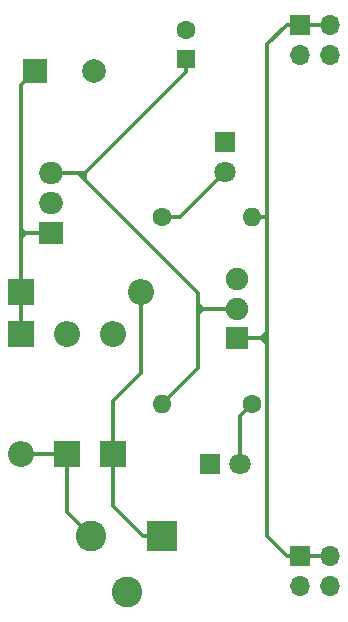
<source format=gbr>
G04 #@! TF.GenerationSoftware,KiCad,Pcbnew,(5.1.6)-1*
G04 #@! TF.CreationDate,2020-10-18T19:43:42+02:00*
G04 #@! TF.ProjectId,BreadboardPowerSupply,42726561-6462-46f6-9172-64506f776572,v1*
G04 #@! TF.SameCoordinates,Original*
G04 #@! TF.FileFunction,Copper,L1,Top*
G04 #@! TF.FilePolarity,Positive*
%FSLAX46Y46*%
G04 Gerber Fmt 4.6, Leading zero omitted, Abs format (unit mm)*
G04 Created by KiCad (PCBNEW (5.1.6)-1) date 2020-10-18 19:43:42*
%MOMM*%
%LPD*%
G01*
G04 APERTURE LIST*
G04 #@! TA.AperFunction,ComponentPad*
%ADD10R,2.000000X2.000000*%
G04 #@! TD*
G04 #@! TA.AperFunction,ComponentPad*
%ADD11C,2.000000*%
G04 #@! TD*
G04 #@! TA.AperFunction,ComponentPad*
%ADD12R,2.200000X2.200000*%
G04 #@! TD*
G04 #@! TA.AperFunction,ComponentPad*
%ADD13O,2.200000X2.200000*%
G04 #@! TD*
G04 #@! TA.AperFunction,ComponentPad*
%ADD14C,1.600000*%
G04 #@! TD*
G04 #@! TA.AperFunction,ComponentPad*
%ADD15R,1.600000X1.600000*%
G04 #@! TD*
G04 #@! TA.AperFunction,ComponentPad*
%ADD16R,1.800000X1.800000*%
G04 #@! TD*
G04 #@! TA.AperFunction,ComponentPad*
%ADD17C,1.800000*%
G04 #@! TD*
G04 #@! TA.AperFunction,ComponentPad*
%ADD18R,2.600000X2.600000*%
G04 #@! TD*
G04 #@! TA.AperFunction,ComponentPad*
%ADD19C,2.600000*%
G04 #@! TD*
G04 #@! TA.AperFunction,ComponentPad*
%ADD20R,1.700000X1.700000*%
G04 #@! TD*
G04 #@! TA.AperFunction,ComponentPad*
%ADD21O,1.700000X1.700000*%
G04 #@! TD*
G04 #@! TA.AperFunction,ComponentPad*
%ADD22O,1.600000X1.600000*%
G04 #@! TD*
G04 #@! TA.AperFunction,ComponentPad*
%ADD23R,1.900000X1.900000*%
G04 #@! TD*
G04 #@! TA.AperFunction,ComponentPad*
%ADD24C,1.900000*%
G04 #@! TD*
G04 #@! TA.AperFunction,ComponentPad*
%ADD25R,2.000000X1.905000*%
G04 #@! TD*
G04 #@! TA.AperFunction,ComponentPad*
%ADD26O,2.000000X1.905000*%
G04 #@! TD*
G04 #@! TA.AperFunction,Conductor*
%ADD27C,0.300000*%
G04 #@! TD*
G04 APERTURE END LIST*
D10*
X130175000Y-73914000D03*
D11*
X135175000Y-73914000D03*
D12*
X129032000Y-92583000D03*
D13*
X139192000Y-92583000D03*
D14*
X143002000Y-70398000D03*
D15*
X143002000Y-72898000D03*
D12*
X136779000Y-106299000D03*
D13*
X136779000Y-96139000D03*
X129032000Y-106299000D03*
D12*
X129032000Y-96139000D03*
D13*
X132905500Y-96139000D03*
D12*
X132905500Y-106299000D03*
D16*
X145029000Y-107188000D03*
D17*
X147569000Y-107188000D03*
X146304000Y-82423000D03*
D16*
X146304000Y-79883000D03*
D18*
X140970000Y-113284000D03*
D19*
X134970000Y-113284000D03*
X137970000Y-117984000D03*
D20*
X152654000Y-69977000D03*
D21*
X155194000Y-69977000D03*
X152654000Y-72517000D03*
X155194000Y-72517000D03*
X155194000Y-117475000D03*
X152654000Y-117475000D03*
X155194000Y-114935000D03*
D20*
X152654000Y-114935000D03*
D14*
X148590000Y-102074250D03*
D22*
X140970000Y-102074250D03*
X148590000Y-86246750D03*
D14*
X140970000Y-86246750D03*
D23*
X147320000Y-96520000D03*
D24*
X147320000Y-94020000D03*
X147320000Y-91520000D03*
D25*
X131572000Y-87630000D03*
D26*
X131572000Y-85090000D03*
X131572000Y-82550000D03*
D27*
X129032000Y-94739000D02*
X129032000Y-92583000D01*
X129032000Y-96139000D02*
X129032000Y-94739000D01*
X131524500Y-87630000D02*
X131572000Y-87630000D01*
X129032000Y-75057000D02*
X130175000Y-73914000D01*
X131572000Y-87630000D02*
X130272000Y-87630000D01*
X129286000Y-87757000D02*
X129032000Y-88011000D01*
X129286000Y-87630000D02*
X129286000Y-87757000D01*
X129032000Y-88011000D02*
X129032000Y-87630000D01*
X129032000Y-92583000D02*
X129032000Y-88011000D01*
X129286000Y-87630000D02*
X129032000Y-87630000D01*
X130272000Y-87630000D02*
X129286000Y-87630000D01*
X129286000Y-87503000D02*
X129032000Y-87249000D01*
X129286000Y-87630000D02*
X129286000Y-87503000D01*
X129032000Y-87630000D02*
X129032000Y-87249000D01*
X129032000Y-87249000D02*
X129032000Y-75057000D01*
X145976498Y-94020000D02*
X147320000Y-94020000D01*
X144010500Y-99033750D02*
X140970000Y-102074250D01*
X143002000Y-73998000D02*
X143002000Y-72898000D01*
X134450000Y-82550000D02*
X143002000Y-73998000D01*
X134450000Y-83142000D02*
X134450000Y-82550000D01*
X144010500Y-92702500D02*
X134450000Y-83142000D01*
X144025500Y-93606500D02*
X144439000Y-94020000D01*
X144010500Y-93606500D02*
X144025500Y-93606500D01*
X144439000Y-94020000D02*
X145976498Y-94020000D01*
X144010500Y-94020000D02*
X144439000Y-94020000D01*
X144010500Y-93606500D02*
X144010500Y-92702500D01*
X144010500Y-94020000D02*
X144010500Y-93606500D01*
X144439000Y-94020000D02*
X144439000Y-94067000D01*
X144439000Y-94052000D02*
X144010500Y-94480500D01*
X144439000Y-94020000D02*
X144439000Y-94052000D01*
X144010500Y-94020000D02*
X144010500Y-94480500D01*
X144010500Y-94480500D02*
X144010500Y-99033750D01*
X133985000Y-82550000D02*
X133985000Y-82677000D01*
X131572000Y-82550000D02*
X133985000Y-82550000D01*
X134239000Y-82804000D02*
X134175500Y-82867500D01*
X134239000Y-82550000D02*
X134239000Y-82804000D01*
X134175500Y-82867500D02*
X134450000Y-83142000D01*
X133985000Y-82677000D02*
X134175500Y-82867500D01*
X134239000Y-82550000D02*
X134450000Y-82550000D01*
X133985000Y-82550000D02*
X134239000Y-82550000D01*
X139370000Y-113284000D02*
X140970000Y-113284000D01*
X136779000Y-110693000D02*
X139370000Y-113284000D01*
X136779000Y-106299000D02*
X136779000Y-110693000D01*
X139192000Y-92583000D02*
X139192000Y-99441000D01*
X136779000Y-101854000D02*
X136779000Y-106299000D01*
X139192000Y-99441000D02*
X136779000Y-101854000D01*
X129032000Y-106299000D02*
X132905500Y-106299000D01*
X132905500Y-111219500D02*
X134970000Y-113284000D01*
X132905500Y-106299000D02*
X132905500Y-111219500D01*
X147569000Y-103095250D02*
X148590000Y-102074250D01*
X147569000Y-107188000D02*
X147569000Y-103095250D01*
X142480250Y-86246750D02*
X140970000Y-86246750D01*
X146304000Y-82423000D02*
X142480250Y-86246750D01*
X155194000Y-114935000D02*
X152654000Y-114935000D01*
X155194000Y-69977000D02*
X152654000Y-69977000D01*
X151504000Y-69977000D02*
X149860000Y-71621000D01*
X152654000Y-69977000D02*
X151504000Y-69977000D01*
X151504000Y-114935000D02*
X152654000Y-114935000D01*
X149860000Y-113291000D02*
X151504000Y-114935000D01*
X149735120Y-86233000D02*
X149860000Y-86233000D01*
X149721370Y-86246750D02*
X149735120Y-86233000D01*
X148590000Y-86246750D02*
X149721370Y-86246750D01*
X149860000Y-71621000D02*
X149860000Y-86233000D01*
X149352000Y-96520000D02*
X149860000Y-96520000D01*
X147320000Y-96520000D02*
X149352000Y-96520000D01*
X149352000Y-96520000D02*
X149479000Y-96520000D01*
X149860000Y-86233000D02*
X149860000Y-96139000D01*
X149860000Y-96139000D02*
X149860000Y-96520000D01*
X149860000Y-96520000D02*
X149860000Y-97028000D01*
X149860000Y-97028000D02*
X149860000Y-113291000D01*
X149352000Y-96520000D02*
X149860000Y-97028000D01*
X149352000Y-96520000D02*
X149860000Y-96012000D01*
M02*

</source>
